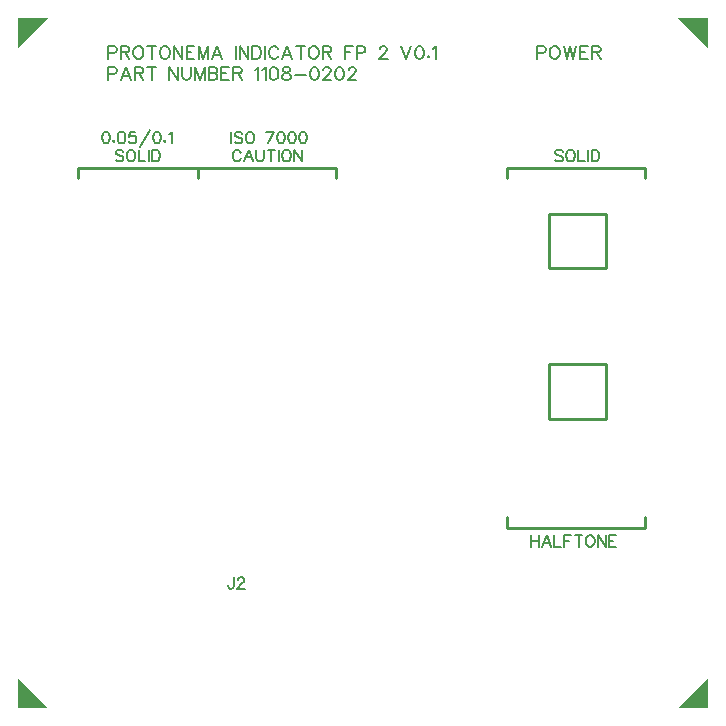
<source format=gto>
G04 Layer: TopSilkscreenLayer*
G04 EasyEDA v6.5.34, 2023-08-21 18:11:39*
G04 9371a8be428f4a87b74db2829c10452a,5a6b42c53f6a479593ecc07194224c93,10*
G04 Gerber Generator version 0.2*
G04 Scale: 100 percent, Rotated: No, Reflected: No *
G04 Dimensions in millimeters *
G04 leading zeros omitted , absolute positions ,4 integer and 5 decimal *
%FSLAX45Y45*%
%MOMM*%

%ADD10C,0.1524*%
%ADD11C,0.2540*%

%LPD*%
D10*
X761992Y5601759D02*
G01*
X761992Y5492539D01*
X761992Y5601759D02*
G01*
X808728Y5601759D01*
X824222Y5596425D01*
X829556Y5591345D01*
X834636Y5580931D01*
X834636Y5565437D01*
X829556Y5555023D01*
X824222Y5549689D01*
X808728Y5544609D01*
X761992Y5544609D01*
X868926Y5601759D02*
G01*
X868926Y5492539D01*
X868926Y5601759D02*
G01*
X915662Y5601759D01*
X931410Y5596425D01*
X936490Y5591345D01*
X941824Y5580931D01*
X941824Y5570517D01*
X936490Y5560103D01*
X931410Y5555023D01*
X915662Y5549689D01*
X868926Y5549689D01*
X905502Y5549689D02*
G01*
X941824Y5492539D01*
X1007102Y5601759D02*
G01*
X996942Y5596425D01*
X986528Y5586265D01*
X981194Y5575851D01*
X976114Y5560103D01*
X976114Y5534195D01*
X981194Y5518701D01*
X986528Y5508287D01*
X996942Y5497873D01*
X1007102Y5492539D01*
X1027930Y5492539D01*
X1038344Y5497873D01*
X1048758Y5508287D01*
X1054092Y5518701D01*
X1059172Y5534195D01*
X1059172Y5560103D01*
X1054092Y5575851D01*
X1048758Y5586265D01*
X1038344Y5596425D01*
X1027930Y5601759D01*
X1007102Y5601759D01*
X1129784Y5601759D02*
G01*
X1129784Y5492539D01*
X1093462Y5601759D02*
G01*
X1166106Y5601759D01*
X1231638Y5601759D02*
G01*
X1221224Y5596425D01*
X1210810Y5586265D01*
X1205730Y5575851D01*
X1200396Y5560103D01*
X1200396Y5534195D01*
X1205730Y5518701D01*
X1210810Y5508287D01*
X1221224Y5497873D01*
X1231638Y5492539D01*
X1252466Y5492539D01*
X1262880Y5497873D01*
X1273294Y5508287D01*
X1278374Y5518701D01*
X1283708Y5534195D01*
X1283708Y5560103D01*
X1278374Y5575851D01*
X1273294Y5586265D01*
X1262880Y5596425D01*
X1252466Y5601759D01*
X1231638Y5601759D01*
X1317998Y5601759D02*
G01*
X1317998Y5492539D01*
X1317998Y5601759D02*
G01*
X1390642Y5492539D01*
X1390642Y5601759D02*
G01*
X1390642Y5492539D01*
X1424932Y5601759D02*
G01*
X1424932Y5492539D01*
X1424932Y5601759D02*
G01*
X1492496Y5601759D01*
X1424932Y5549689D02*
G01*
X1466588Y5549689D01*
X1424932Y5492539D02*
G01*
X1492496Y5492539D01*
X1526786Y5601759D02*
G01*
X1526786Y5492539D01*
X1526786Y5601759D02*
G01*
X1568442Y5492539D01*
X1609844Y5601759D02*
G01*
X1568442Y5492539D01*
X1609844Y5601759D02*
G01*
X1609844Y5492539D01*
X1685790Y5601759D02*
G01*
X1644134Y5492539D01*
X1685790Y5601759D02*
G01*
X1727192Y5492539D01*
X1659882Y5529115D02*
G01*
X1711698Y5529115D01*
X1841492Y5601759D02*
G01*
X1841492Y5492539D01*
X1875782Y5601759D02*
G01*
X1875782Y5492539D01*
X1875782Y5601759D02*
G01*
X1948680Y5492539D01*
X1948680Y5601759D02*
G01*
X1948680Y5492539D01*
X1982970Y5601759D02*
G01*
X1982970Y5492539D01*
X1982970Y5601759D02*
G01*
X2019292Y5601759D01*
X2034786Y5596425D01*
X2045200Y5586265D01*
X2050534Y5575851D01*
X2055614Y5560103D01*
X2055614Y5534195D01*
X2050534Y5518701D01*
X2045200Y5508287D01*
X2034786Y5497873D01*
X2019292Y5492539D01*
X1982970Y5492539D01*
X2089904Y5601759D02*
G01*
X2089904Y5492539D01*
X2202172Y5575851D02*
G01*
X2197092Y5586265D01*
X2186678Y5596425D01*
X2176264Y5601759D01*
X2155436Y5601759D01*
X2145022Y5596425D01*
X2134608Y5586265D01*
X2129528Y5575851D01*
X2124194Y5560103D01*
X2124194Y5534195D01*
X2129528Y5518701D01*
X2134608Y5508287D01*
X2145022Y5497873D01*
X2155436Y5492539D01*
X2176264Y5492539D01*
X2186678Y5497873D01*
X2197092Y5508287D01*
X2202172Y5518701D01*
X2278118Y5601759D02*
G01*
X2236462Y5492539D01*
X2278118Y5601759D02*
G01*
X2319520Y5492539D01*
X2251956Y5529115D02*
G01*
X2304026Y5529115D01*
X2390132Y5601759D02*
G01*
X2390132Y5492539D01*
X2353810Y5601759D02*
G01*
X2426708Y5601759D01*
X2491986Y5601759D02*
G01*
X2481572Y5596425D01*
X2471412Y5586265D01*
X2466078Y5575851D01*
X2460998Y5560103D01*
X2460998Y5534195D01*
X2466078Y5518701D01*
X2471412Y5508287D01*
X2481572Y5497873D01*
X2491986Y5492539D01*
X2512814Y5492539D01*
X2523228Y5497873D01*
X2533642Y5508287D01*
X2538722Y5518701D01*
X2544056Y5534195D01*
X2544056Y5560103D01*
X2538722Y5575851D01*
X2533642Y5586265D01*
X2523228Y5596425D01*
X2512814Y5601759D01*
X2491986Y5601759D01*
X2578346Y5601759D02*
G01*
X2578346Y5492539D01*
X2578346Y5601759D02*
G01*
X2625082Y5601759D01*
X2640576Y5596425D01*
X2645910Y5591345D01*
X2650990Y5580931D01*
X2650990Y5570517D01*
X2645910Y5560103D01*
X2640576Y5555023D01*
X2625082Y5549689D01*
X2578346Y5549689D01*
X2614668Y5549689D02*
G01*
X2650990Y5492539D01*
X2765290Y5601759D02*
G01*
X2765290Y5492539D01*
X2765290Y5601759D02*
G01*
X2832854Y5601759D01*
X2765290Y5549689D02*
G01*
X2806946Y5549689D01*
X2867144Y5601759D02*
G01*
X2867144Y5492539D01*
X2867144Y5601759D02*
G01*
X2913880Y5601759D01*
X2929628Y5596425D01*
X2934708Y5591345D01*
X2940042Y5580931D01*
X2940042Y5565437D01*
X2934708Y5555023D01*
X2929628Y5549689D01*
X2913880Y5544609D01*
X2867144Y5544609D01*
X3059422Y5575851D02*
G01*
X3059422Y5580931D01*
X3064502Y5591345D01*
X3069836Y5596425D01*
X3080250Y5601759D01*
X3101078Y5601759D01*
X3111492Y5596425D01*
X3116572Y5591345D01*
X3121652Y5580931D01*
X3121652Y5570517D01*
X3116572Y5560103D01*
X3106158Y5544609D01*
X3054342Y5492539D01*
X3126986Y5492539D01*
X3241286Y5601759D02*
G01*
X3282942Y5492539D01*
X3324344Y5601759D02*
G01*
X3282942Y5492539D01*
X3389876Y5601759D02*
G01*
X3374382Y5596425D01*
X3363968Y5580931D01*
X3358634Y5555023D01*
X3358634Y5539275D01*
X3363968Y5513367D01*
X3374382Y5497873D01*
X3389876Y5492539D01*
X3400290Y5492539D01*
X3415784Y5497873D01*
X3426198Y5513367D01*
X3431532Y5539275D01*
X3431532Y5555023D01*
X3426198Y5580931D01*
X3415784Y5596425D01*
X3400290Y5601759D01*
X3389876Y5601759D01*
X3470902Y5518701D02*
G01*
X3465822Y5513367D01*
X3470902Y5508287D01*
X3475982Y5513367D01*
X3470902Y5518701D01*
X3510272Y5580931D02*
G01*
X3520686Y5586265D01*
X3536434Y5601759D01*
X3536434Y5492539D01*
X761992Y5423959D02*
G01*
X761992Y5314739D01*
X761992Y5423959D02*
G01*
X808728Y5423959D01*
X824222Y5418625D01*
X829556Y5413545D01*
X834636Y5403131D01*
X834636Y5387637D01*
X829556Y5377223D01*
X824222Y5371889D01*
X808728Y5366809D01*
X761992Y5366809D01*
X910582Y5423959D02*
G01*
X868926Y5314739D01*
X910582Y5423959D02*
G01*
X952238Y5314739D01*
X884674Y5351315D02*
G01*
X936490Y5351315D01*
X986528Y5423959D02*
G01*
X986528Y5314739D01*
X986528Y5423959D02*
G01*
X1033264Y5423959D01*
X1048758Y5418625D01*
X1054092Y5413545D01*
X1059172Y5403131D01*
X1059172Y5392717D01*
X1054092Y5382303D01*
X1048758Y5377223D01*
X1033264Y5371889D01*
X986528Y5371889D01*
X1022850Y5371889D02*
G01*
X1059172Y5314739D01*
X1129784Y5423959D02*
G01*
X1129784Y5314739D01*
X1093462Y5423959D02*
G01*
X1166106Y5423959D01*
X1280406Y5423959D02*
G01*
X1280406Y5314739D01*
X1280406Y5423959D02*
G01*
X1353304Y5314739D01*
X1353304Y5423959D02*
G01*
X1353304Y5314739D01*
X1387594Y5423959D02*
G01*
X1387594Y5345981D01*
X1392674Y5330487D01*
X1403088Y5320073D01*
X1418582Y5314739D01*
X1428996Y5314739D01*
X1444744Y5320073D01*
X1455158Y5330487D01*
X1460238Y5345981D01*
X1460238Y5423959D01*
X1494528Y5423959D02*
G01*
X1494528Y5314739D01*
X1494528Y5423959D02*
G01*
X1536184Y5314739D01*
X1577586Y5423959D02*
G01*
X1536184Y5314739D01*
X1577586Y5423959D02*
G01*
X1577586Y5314739D01*
X1611876Y5423959D02*
G01*
X1611876Y5314739D01*
X1611876Y5423959D02*
G01*
X1658612Y5423959D01*
X1674360Y5418625D01*
X1679440Y5413545D01*
X1684774Y5403131D01*
X1684774Y5392717D01*
X1679440Y5382303D01*
X1674360Y5377223D01*
X1658612Y5371889D01*
X1611876Y5371889D02*
G01*
X1658612Y5371889D01*
X1674360Y5366809D01*
X1679440Y5361475D01*
X1684774Y5351315D01*
X1684774Y5335567D01*
X1679440Y5325153D01*
X1674360Y5320073D01*
X1658612Y5314739D01*
X1611876Y5314739D01*
X1719064Y5423959D02*
G01*
X1719064Y5314739D01*
X1719064Y5423959D02*
G01*
X1786628Y5423959D01*
X1719064Y5371889D02*
G01*
X1760466Y5371889D01*
X1719064Y5314739D02*
G01*
X1786628Y5314739D01*
X1820918Y5423959D02*
G01*
X1820918Y5314739D01*
X1820918Y5423959D02*
G01*
X1867654Y5423959D01*
X1883148Y5418625D01*
X1888482Y5413545D01*
X1893562Y5403131D01*
X1893562Y5392717D01*
X1888482Y5382303D01*
X1883148Y5377223D01*
X1867654Y5371889D01*
X1820918Y5371889D01*
X1857240Y5371889D02*
G01*
X1893562Y5314739D01*
X2007862Y5403131D02*
G01*
X2018276Y5408465D01*
X2033770Y5423959D01*
X2033770Y5314739D01*
X2068060Y5403131D02*
G01*
X2078474Y5408465D01*
X2094222Y5423959D01*
X2094222Y5314739D01*
X2159500Y5423959D02*
G01*
X2144006Y5418625D01*
X2133592Y5403131D01*
X2128512Y5377223D01*
X2128512Y5361475D01*
X2133592Y5335567D01*
X2144006Y5320073D01*
X2159500Y5314739D01*
X2169914Y5314739D01*
X2185662Y5320073D01*
X2195822Y5335567D01*
X2201156Y5361475D01*
X2201156Y5377223D01*
X2195822Y5403131D01*
X2185662Y5418625D01*
X2169914Y5423959D01*
X2159500Y5423959D01*
X2261354Y5423959D02*
G01*
X2245860Y5418625D01*
X2240526Y5408465D01*
X2240526Y5398051D01*
X2245860Y5387637D01*
X2256274Y5382303D01*
X2277102Y5377223D01*
X2292596Y5371889D01*
X2303010Y5361475D01*
X2308090Y5351315D01*
X2308090Y5335567D01*
X2303010Y5325153D01*
X2297676Y5320073D01*
X2282182Y5314739D01*
X2261354Y5314739D01*
X2245860Y5320073D01*
X2240526Y5325153D01*
X2235446Y5335567D01*
X2235446Y5351315D01*
X2240526Y5361475D01*
X2250940Y5371889D01*
X2266688Y5377223D01*
X2287262Y5382303D01*
X2297676Y5387637D01*
X2303010Y5398051D01*
X2303010Y5408465D01*
X2297676Y5418625D01*
X2282182Y5423959D01*
X2261354Y5423959D01*
X2342380Y5361475D02*
G01*
X2435852Y5361475D01*
X2501384Y5423959D02*
G01*
X2485890Y5418625D01*
X2475476Y5403131D01*
X2470142Y5377223D01*
X2470142Y5361475D01*
X2475476Y5335567D01*
X2485890Y5320073D01*
X2501384Y5314739D01*
X2511798Y5314739D01*
X2527292Y5320073D01*
X2537706Y5335567D01*
X2543040Y5361475D01*
X2543040Y5377223D01*
X2537706Y5403131D01*
X2527292Y5418625D01*
X2511798Y5423959D01*
X2501384Y5423959D01*
X2582410Y5398051D02*
G01*
X2582410Y5403131D01*
X2587744Y5413545D01*
X2592824Y5418625D01*
X2603238Y5423959D01*
X2624066Y5423959D01*
X2634480Y5418625D01*
X2639560Y5413545D01*
X2644894Y5403131D01*
X2644894Y5392717D01*
X2639560Y5382303D01*
X2629146Y5366809D01*
X2577330Y5314739D01*
X2649974Y5314739D01*
X2715506Y5423959D02*
G01*
X2700012Y5418625D01*
X2689598Y5403131D01*
X2684264Y5377223D01*
X2684264Y5361475D01*
X2689598Y5335567D01*
X2700012Y5320073D01*
X2715506Y5314739D01*
X2725920Y5314739D01*
X2741414Y5320073D01*
X2751828Y5335567D01*
X2757162Y5361475D01*
X2757162Y5377223D01*
X2751828Y5403131D01*
X2741414Y5418625D01*
X2725920Y5423959D01*
X2715506Y5423959D01*
X2796532Y5398051D02*
G01*
X2796532Y5403131D01*
X2801612Y5413545D01*
X2806946Y5418625D01*
X2817360Y5423959D01*
X2838188Y5423959D01*
X2848602Y5418625D01*
X2853682Y5413545D01*
X2858762Y5403131D01*
X2858762Y5392717D01*
X2853682Y5382303D01*
X2843268Y5366809D01*
X2791452Y5314739D01*
X2864096Y5314739D01*
X4394192Y5601708D02*
G01*
X4394192Y5492742D01*
X4394192Y5601708D02*
G01*
X4440928Y5601708D01*
X4456422Y5596628D01*
X4461756Y5591294D01*
X4466836Y5580880D01*
X4466836Y5565386D01*
X4461756Y5554972D01*
X4456422Y5549892D01*
X4440928Y5544558D01*
X4394192Y5544558D01*
X4532368Y5601708D02*
G01*
X4521954Y5596628D01*
X4511540Y5586214D01*
X4506460Y5575800D01*
X4501126Y5560052D01*
X4501126Y5534144D01*
X4506460Y5518650D01*
X4511540Y5508236D01*
X4521954Y5497822D01*
X4532368Y5492742D01*
X4553196Y5492742D01*
X4563610Y5497822D01*
X4574024Y5508236D01*
X4579104Y5518650D01*
X4584438Y5534144D01*
X4584438Y5560052D01*
X4579104Y5575800D01*
X4574024Y5586214D01*
X4563610Y5596628D01*
X4553196Y5601708D01*
X4532368Y5601708D01*
X4618728Y5601708D02*
G01*
X4644636Y5492742D01*
X4670544Y5601708D02*
G01*
X4644636Y5492742D01*
X4670544Y5601708D02*
G01*
X4696452Y5492742D01*
X4722614Y5601708D02*
G01*
X4696452Y5492742D01*
X4756904Y5601708D02*
G01*
X4756904Y5492742D01*
X4756904Y5601708D02*
G01*
X4824468Y5601708D01*
X4756904Y5549892D02*
G01*
X4798306Y5549892D01*
X4756904Y5492742D02*
G01*
X4824468Y5492742D01*
X4858758Y5601708D02*
G01*
X4858758Y5492742D01*
X4858758Y5601708D02*
G01*
X4905494Y5601708D01*
X4920988Y5596628D01*
X4926322Y5591294D01*
X4931402Y5580880D01*
X4931402Y5570466D01*
X4926322Y5560052D01*
X4920988Y5554972D01*
X4905494Y5549892D01*
X4858758Y5549892D01*
X4895080Y5549892D02*
G01*
X4931402Y5492742D01*
X889246Y4709965D02*
G01*
X880102Y4719109D01*
X866386Y4723681D01*
X848098Y4723681D01*
X834636Y4719109D01*
X825492Y4709965D01*
X825492Y4701075D01*
X830064Y4691931D01*
X834636Y4687359D01*
X843780Y4682787D01*
X870958Y4673643D01*
X880102Y4669071D01*
X884674Y4664499D01*
X889246Y4655609D01*
X889246Y4641893D01*
X880102Y4632749D01*
X866386Y4628177D01*
X848098Y4628177D01*
X834636Y4632749D01*
X825492Y4641893D01*
X946396Y4723681D02*
G01*
X937252Y4719109D01*
X928108Y4709965D01*
X923790Y4701075D01*
X919218Y4687359D01*
X919218Y4664499D01*
X923790Y4651037D01*
X928108Y4641893D01*
X937252Y4632749D01*
X946396Y4628177D01*
X964684Y4628177D01*
X973574Y4632749D01*
X982718Y4641893D01*
X987290Y4651037D01*
X991862Y4664499D01*
X991862Y4687359D01*
X987290Y4701075D01*
X982718Y4709965D01*
X973574Y4719109D01*
X964684Y4723681D01*
X946396Y4723681D01*
X1021834Y4723681D02*
G01*
X1021834Y4628177D01*
X1021834Y4628177D02*
G01*
X1076444Y4628177D01*
X1106416Y4723681D02*
G01*
X1106416Y4628177D01*
X1136388Y4723681D02*
G01*
X1136388Y4628177D01*
X1136388Y4723681D02*
G01*
X1168138Y4723681D01*
X1181854Y4719109D01*
X1190998Y4709965D01*
X1195570Y4701075D01*
X1200142Y4687359D01*
X1200142Y4664499D01*
X1195570Y4651037D01*
X1190998Y4641893D01*
X1181854Y4632749D01*
X1168138Y4628177D01*
X1136388Y4628177D01*
X738375Y4876078D02*
G01*
X724913Y4871506D01*
X715769Y4857790D01*
X711197Y4835184D01*
X711197Y4821468D01*
X715769Y4798862D01*
X724913Y4785146D01*
X738375Y4780574D01*
X747519Y4780574D01*
X761235Y4785146D01*
X770379Y4798862D01*
X774951Y4821468D01*
X774951Y4835184D01*
X770379Y4857790D01*
X761235Y4871506D01*
X747519Y4876078D01*
X738375Y4876078D01*
X809495Y4803434D02*
G01*
X804923Y4798862D01*
X809495Y4794290D01*
X813813Y4798862D01*
X809495Y4803434D01*
X871217Y4876078D02*
G01*
X857501Y4871506D01*
X848357Y4857790D01*
X844039Y4835184D01*
X844039Y4821468D01*
X848357Y4798862D01*
X857501Y4785146D01*
X871217Y4780574D01*
X880361Y4780574D01*
X893823Y4785146D01*
X902967Y4798862D01*
X907539Y4821468D01*
X907539Y4835184D01*
X902967Y4857790D01*
X893823Y4871506D01*
X880361Y4876078D01*
X871217Y4876078D01*
X992121Y4876078D02*
G01*
X946655Y4876078D01*
X942083Y4835184D01*
X946655Y4839756D01*
X960371Y4844328D01*
X973833Y4844328D01*
X987549Y4839756D01*
X996693Y4830612D01*
X1001265Y4816896D01*
X1001265Y4808006D01*
X996693Y4794290D01*
X987549Y4785146D01*
X973833Y4780574D01*
X960371Y4780574D01*
X946655Y4785146D01*
X942083Y4789718D01*
X937511Y4798862D01*
X1113025Y4894366D02*
G01*
X1031237Y4748824D01*
X1170175Y4876078D02*
G01*
X1156713Y4871506D01*
X1147569Y4857790D01*
X1142997Y4835184D01*
X1142997Y4821468D01*
X1147569Y4798862D01*
X1156713Y4785146D01*
X1170175Y4780574D01*
X1179319Y4780574D01*
X1193035Y4785146D01*
X1202179Y4798862D01*
X1206751Y4821468D01*
X1206751Y4835184D01*
X1202179Y4857790D01*
X1193035Y4871506D01*
X1179319Y4876078D01*
X1170175Y4876078D01*
X1241295Y4803434D02*
G01*
X1236723Y4798862D01*
X1241295Y4794290D01*
X1245867Y4798862D01*
X1241295Y4803434D01*
X1275839Y4857790D02*
G01*
X1284729Y4862362D01*
X1298445Y4876078D01*
X1298445Y4780574D01*
X1803392Y4876078D02*
G01*
X1803392Y4780574D01*
X1897118Y4862362D02*
G01*
X1887974Y4871506D01*
X1874258Y4876078D01*
X1856224Y4876078D01*
X1842508Y4871506D01*
X1833364Y4862362D01*
X1833364Y4853472D01*
X1837936Y4844328D01*
X1842508Y4839756D01*
X1851652Y4835184D01*
X1878830Y4826040D01*
X1887974Y4821468D01*
X1892546Y4816896D01*
X1897118Y4808006D01*
X1897118Y4794290D01*
X1887974Y4785146D01*
X1874258Y4780574D01*
X1856224Y4780574D01*
X1842508Y4785146D01*
X1833364Y4794290D01*
X1954268Y4876078D02*
G01*
X1945124Y4871506D01*
X1936234Y4862362D01*
X1931662Y4853472D01*
X1927090Y4839756D01*
X1927090Y4816896D01*
X1931662Y4803434D01*
X1936234Y4794290D01*
X1945124Y4785146D01*
X1954268Y4780574D01*
X1972556Y4780574D01*
X1981700Y4785146D01*
X1990590Y4794290D01*
X1995162Y4803434D01*
X1999734Y4816896D01*
X1999734Y4839756D01*
X1995162Y4853472D01*
X1990590Y4862362D01*
X1981700Y4871506D01*
X1972556Y4876078D01*
X1954268Y4876078D01*
X2163310Y4876078D02*
G01*
X2117844Y4780574D01*
X2099810Y4876078D02*
G01*
X2163310Y4876078D01*
X2220714Y4876078D02*
G01*
X2206998Y4871506D01*
X2197854Y4857790D01*
X2193282Y4835184D01*
X2193282Y4821468D01*
X2197854Y4798862D01*
X2206998Y4785146D01*
X2220714Y4780574D01*
X2229858Y4780574D01*
X2243320Y4785146D01*
X2252464Y4798862D01*
X2257036Y4821468D01*
X2257036Y4835184D01*
X2252464Y4857790D01*
X2243320Y4871506D01*
X2229858Y4876078D01*
X2220714Y4876078D01*
X2314186Y4876078D02*
G01*
X2300724Y4871506D01*
X2291580Y4857790D01*
X2287008Y4835184D01*
X2287008Y4821468D01*
X2291580Y4798862D01*
X2300724Y4785146D01*
X2314186Y4780574D01*
X2323330Y4780574D01*
X2337046Y4785146D01*
X2346190Y4798862D01*
X2350762Y4821468D01*
X2350762Y4835184D01*
X2346190Y4857790D01*
X2337046Y4871506D01*
X2323330Y4876078D01*
X2314186Y4876078D01*
X2407912Y4876078D02*
G01*
X2394196Y4871506D01*
X2385306Y4857790D01*
X2380734Y4835184D01*
X2380734Y4821468D01*
X2385306Y4798862D01*
X2394196Y4785146D01*
X2407912Y4780574D01*
X2417056Y4780574D01*
X2430772Y4785146D01*
X2439662Y4798862D01*
X2444234Y4821468D01*
X2444234Y4835184D01*
X2439662Y4857790D01*
X2430772Y4871506D01*
X2417056Y4876078D01*
X2407912Y4876078D01*
X1884164Y4701072D02*
G01*
X1879846Y4709962D01*
X1870702Y4719106D01*
X1861558Y4723678D01*
X1843270Y4723678D01*
X1834380Y4719106D01*
X1825236Y4709962D01*
X1820664Y4701072D01*
X1816092Y4687356D01*
X1816092Y4664496D01*
X1820664Y4651034D01*
X1825236Y4641890D01*
X1834380Y4632746D01*
X1843270Y4628174D01*
X1861558Y4628174D01*
X1870702Y4632746D01*
X1879846Y4641890D01*
X1884164Y4651034D01*
X1950712Y4723678D02*
G01*
X1914390Y4628174D01*
X1950712Y4723678D02*
G01*
X1987034Y4628174D01*
X1927852Y4660178D02*
G01*
X1973318Y4660178D01*
X2017006Y4723678D02*
G01*
X2017006Y4655606D01*
X2021578Y4641890D01*
X2030722Y4632746D01*
X2044184Y4628174D01*
X2053328Y4628174D01*
X2067044Y4632746D01*
X2076188Y4641890D01*
X2080760Y4655606D01*
X2080760Y4723678D01*
X2142482Y4723678D02*
G01*
X2142482Y4628174D01*
X2110732Y4723678D02*
G01*
X2174232Y4723678D01*
X2204204Y4723678D02*
G01*
X2204204Y4628174D01*
X2261608Y4723678D02*
G01*
X2252464Y4719106D01*
X2243320Y4709962D01*
X2238748Y4701072D01*
X2234176Y4687356D01*
X2234176Y4664496D01*
X2238748Y4651034D01*
X2243320Y4641890D01*
X2252464Y4632746D01*
X2261608Y4628174D01*
X2279642Y4628174D01*
X2288786Y4632746D01*
X2297930Y4641890D01*
X2302502Y4651034D01*
X2307074Y4664496D01*
X2307074Y4687356D01*
X2302502Y4701072D01*
X2297930Y4709962D01*
X2288786Y4719106D01*
X2279642Y4723678D01*
X2261608Y4723678D01*
X2337046Y4723678D02*
G01*
X2337046Y4628174D01*
X2337046Y4723678D02*
G01*
X2400546Y4628174D01*
X2400546Y4723678D02*
G01*
X2400546Y4628174D01*
X4610343Y4709962D02*
G01*
X4601199Y4719106D01*
X4587483Y4723678D01*
X4569195Y4723678D01*
X4555733Y4719106D01*
X4546589Y4709962D01*
X4546589Y4701072D01*
X4551161Y4691928D01*
X4555733Y4687356D01*
X4564877Y4682784D01*
X4592055Y4673640D01*
X4601199Y4669068D01*
X4605771Y4664496D01*
X4610343Y4655606D01*
X4610343Y4641890D01*
X4601199Y4632746D01*
X4587483Y4628174D01*
X4569195Y4628174D01*
X4555733Y4632746D01*
X4546589Y4641890D01*
X4667493Y4723678D02*
G01*
X4658349Y4719106D01*
X4649205Y4709962D01*
X4644887Y4701072D01*
X4640315Y4687356D01*
X4640315Y4664496D01*
X4644887Y4651034D01*
X4649205Y4641890D01*
X4658349Y4632746D01*
X4667493Y4628174D01*
X4685781Y4628174D01*
X4694671Y4632746D01*
X4703815Y4641890D01*
X4708387Y4651034D01*
X4712959Y4664496D01*
X4712959Y4687356D01*
X4708387Y4701072D01*
X4703815Y4709962D01*
X4694671Y4719106D01*
X4685781Y4723678D01*
X4667493Y4723678D01*
X4742931Y4723678D02*
G01*
X4742931Y4628174D01*
X4742931Y4628174D02*
G01*
X4797541Y4628174D01*
X4827513Y4723678D02*
G01*
X4827513Y4628174D01*
X4857485Y4723678D02*
G01*
X4857485Y4628174D01*
X4857485Y4723678D02*
G01*
X4889235Y4723678D01*
X4902951Y4719106D01*
X4912095Y4709962D01*
X4916667Y4701072D01*
X4921239Y4687356D01*
X4921239Y4664496D01*
X4916667Y4651034D01*
X4912095Y4641890D01*
X4902951Y4632746D01*
X4889235Y4628174D01*
X4857485Y4628174D01*
X1823478Y1104163D02*
G01*
X1823478Y1031516D01*
X1818906Y1017800D01*
X1814334Y1013231D01*
X1805190Y1008656D01*
X1796300Y1008656D01*
X1787156Y1013231D01*
X1782584Y1017800D01*
X1778012Y1031516D01*
X1778012Y1040663D01*
X1858022Y1081554D02*
G01*
X1858022Y1086129D01*
X1862594Y1095016D01*
X1867166Y1099588D01*
X1876310Y1104163D01*
X1894344Y1104163D01*
X1903488Y1099588D01*
X1908060Y1095016D01*
X1912632Y1086129D01*
X1912632Y1076985D01*
X1908060Y1067838D01*
X1898916Y1054122D01*
X1853450Y1008656D01*
X1917204Y1008656D01*
X4343392Y1459786D02*
G01*
X4343392Y1364282D01*
X4407146Y1459786D02*
G01*
X4407146Y1364282D01*
X4343392Y1414320D02*
G01*
X4407146Y1414320D01*
X4473440Y1459786D02*
G01*
X4437118Y1364282D01*
X4473440Y1459786D02*
G01*
X4509762Y1364282D01*
X4450580Y1396286D02*
G01*
X4496046Y1396286D01*
X4539734Y1459786D02*
G01*
X4539734Y1364282D01*
X4539734Y1364282D02*
G01*
X4594344Y1364282D01*
X4624316Y1459786D02*
G01*
X4624316Y1364282D01*
X4624316Y1459786D02*
G01*
X4683498Y1459786D01*
X4624316Y1414320D02*
G01*
X4660638Y1414320D01*
X4745220Y1459786D02*
G01*
X4745220Y1364282D01*
X4713470Y1459786D02*
G01*
X4776970Y1459786D01*
X4834374Y1459786D02*
G01*
X4825230Y1455214D01*
X4816086Y1446070D01*
X4811514Y1437180D01*
X4806942Y1423464D01*
X4806942Y1400604D01*
X4811514Y1387142D01*
X4816086Y1377998D01*
X4825230Y1368854D01*
X4834374Y1364282D01*
X4852408Y1364282D01*
X4861552Y1368854D01*
X4870696Y1377998D01*
X4875268Y1387142D01*
X4879840Y1400604D01*
X4879840Y1423464D01*
X4875268Y1437180D01*
X4870696Y1446070D01*
X4861552Y1455214D01*
X4852408Y1459786D01*
X4834374Y1459786D01*
X4909812Y1459786D02*
G01*
X4909812Y1364282D01*
X4909812Y1459786D02*
G01*
X4973312Y1364282D01*
X4973312Y1459786D02*
G01*
X4973312Y1364282D01*
X5003284Y1459786D02*
G01*
X5003284Y1364282D01*
X5003284Y1459786D02*
G01*
X5062466Y1459786D01*
X5003284Y1414320D02*
G01*
X5039860Y1414320D01*
X5003284Y1364282D02*
G01*
X5062466Y1364282D01*
G36*
X0Y5842000D02*
G01*
X0Y5588000D01*
X254000Y5842000D01*
G37*
G36*
X0Y254000D02*
G01*
X0Y0D01*
X254000Y0D01*
G37*
G36*
X5842000Y254000D02*
G01*
X5588000Y0D01*
X5842000Y0D01*
G37*
G36*
X5588000Y5842000D02*
G01*
X5842000Y5588000D01*
X5842000Y5842000D01*
G37*
D11*
X4140192Y1612948D02*
G01*
X4140192Y1524048D01*
X5308592Y1524048D01*
X5308592Y1612948D01*
X1523992Y4483140D02*
G01*
X1523992Y4572040D01*
X2692392Y4572040D01*
X2692392Y4483140D01*
X2692389Y4572045D02*
G01*
X2692389Y4483145D01*
X4140192Y4483143D02*
G01*
X4140192Y4572043D01*
X5308592Y4572043D01*
X5308592Y4483143D01*
X507992Y4483140D02*
G01*
X507992Y4572040D01*
X1523992Y4572040D01*
X1523992Y4483140D01*
X4495792Y4184642D02*
G01*
X4978392Y4184642D01*
X4978392Y3721092D01*
X4495792Y3721092D01*
X4495792Y4184642D01*
X4495792Y2911467D02*
G01*
X4978392Y2911467D01*
X4978392Y2447917D01*
X4495792Y2447917D01*
X4495792Y2911467D01*
M02*

</source>
